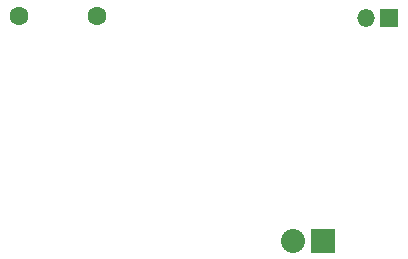
<source format=gbr>
G04 #@! TF.FileFunction,Soldermask,Bot*
%FSLAX46Y46*%
G04 Gerber Fmt 4.6, Leading zero omitted, Abs format (unit mm)*
G04 Created by KiCad (PCBNEW 0.201503210816+5526~22~ubuntu14.10.1-product) date Sun 22 Mar 2015 03:55:30 PM EDT*
%MOMM*%
G01*
G04 APERTURE LIST*
%ADD10C,0.100000*%
%ADD11R,2.032000X2.032000*%
%ADD12O,2.032000X2.032000*%
%ADD13C,1.600000*%
%ADD14R,1.500000X1.500000*%
%ADD15O,1.500000X1.500000*%
G04 APERTURE END LIST*
D10*
D11*
X175006000Y-117703600D03*
D12*
X172466000Y-117703600D03*
D13*
X155868760Y-98643440D03*
X149268760Y-98643440D03*
D14*
X180594000Y-98806000D03*
D15*
X178594000Y-98806000D03*
M02*

</source>
